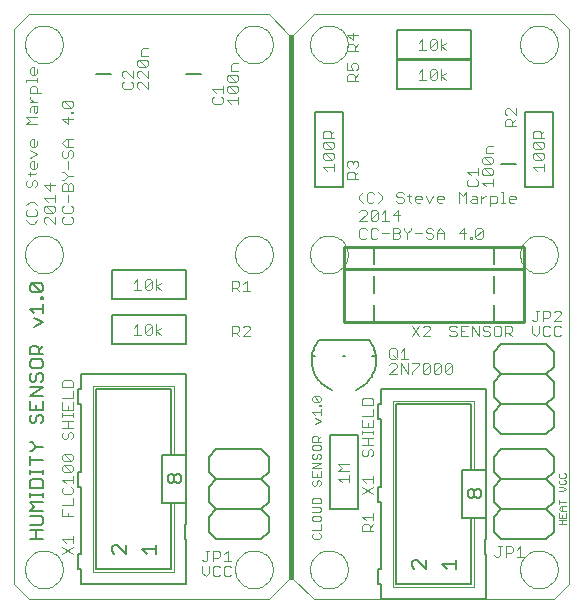
<source format=gto>
G75*
G70*
%OFA0B0*%
%FSLAX24Y24*%
%IPPOS*%
%LPD*%
%AMOC8*
5,1,8,0,0,1.08239X$1,22.5*
%
%ADD10C,0.0000*%
%ADD11C,0.0060*%
%ADD12C,0.0040*%
%ADD13C,0.0150*%
%ADD14C,0.0020*%
%ADD15C,0.0050*%
%ADD16C,0.0080*%
%ADD17C,0.0100*%
D10*
X001675Y001175D02*
X001175Y001675D01*
X001175Y020175D01*
X001675Y020675D01*
X009675Y020675D01*
X010425Y019925D01*
X011175Y020675D01*
X019175Y020675D01*
X019675Y020175D01*
X019675Y001675D01*
X019175Y001175D01*
X011175Y001175D01*
X010425Y001925D01*
X009675Y001175D01*
X001675Y001175D01*
X001545Y002175D02*
X001547Y002225D01*
X001553Y002275D01*
X001563Y002324D01*
X001577Y002372D01*
X001594Y002419D01*
X001615Y002464D01*
X001640Y002508D01*
X001668Y002549D01*
X001700Y002588D01*
X001734Y002625D01*
X001771Y002659D01*
X001811Y002689D01*
X001853Y002716D01*
X001897Y002740D01*
X001943Y002761D01*
X001990Y002777D01*
X002038Y002790D01*
X002088Y002799D01*
X002137Y002804D01*
X002188Y002805D01*
X002238Y002802D01*
X002287Y002795D01*
X002336Y002784D01*
X002384Y002769D01*
X002430Y002751D01*
X002475Y002729D01*
X002518Y002703D01*
X002559Y002674D01*
X002598Y002642D01*
X002634Y002607D01*
X002666Y002569D01*
X002696Y002529D01*
X002723Y002486D01*
X002746Y002442D01*
X002765Y002396D01*
X002781Y002348D01*
X002793Y002299D01*
X002801Y002250D01*
X002805Y002200D01*
X002805Y002150D01*
X002801Y002100D01*
X002793Y002051D01*
X002781Y002002D01*
X002765Y001954D01*
X002746Y001908D01*
X002723Y001864D01*
X002696Y001821D01*
X002666Y001781D01*
X002634Y001743D01*
X002598Y001708D01*
X002559Y001676D01*
X002518Y001647D01*
X002475Y001621D01*
X002430Y001599D01*
X002384Y001581D01*
X002336Y001566D01*
X002287Y001555D01*
X002238Y001548D01*
X002188Y001545D01*
X002137Y001546D01*
X002088Y001551D01*
X002038Y001560D01*
X001990Y001573D01*
X001943Y001589D01*
X001897Y001610D01*
X001853Y001634D01*
X001811Y001661D01*
X001771Y001691D01*
X001734Y001725D01*
X001700Y001762D01*
X001668Y001801D01*
X001640Y001842D01*
X001615Y001886D01*
X001594Y001931D01*
X001577Y001978D01*
X001563Y002026D01*
X001553Y002075D01*
X001547Y002125D01*
X001545Y002175D01*
X008545Y002175D02*
X008547Y002225D01*
X008553Y002275D01*
X008563Y002324D01*
X008577Y002372D01*
X008594Y002419D01*
X008615Y002464D01*
X008640Y002508D01*
X008668Y002549D01*
X008700Y002588D01*
X008734Y002625D01*
X008771Y002659D01*
X008811Y002689D01*
X008853Y002716D01*
X008897Y002740D01*
X008943Y002761D01*
X008990Y002777D01*
X009038Y002790D01*
X009088Y002799D01*
X009137Y002804D01*
X009188Y002805D01*
X009238Y002802D01*
X009287Y002795D01*
X009336Y002784D01*
X009384Y002769D01*
X009430Y002751D01*
X009475Y002729D01*
X009518Y002703D01*
X009559Y002674D01*
X009598Y002642D01*
X009634Y002607D01*
X009666Y002569D01*
X009696Y002529D01*
X009723Y002486D01*
X009746Y002442D01*
X009765Y002396D01*
X009781Y002348D01*
X009793Y002299D01*
X009801Y002250D01*
X009805Y002200D01*
X009805Y002150D01*
X009801Y002100D01*
X009793Y002051D01*
X009781Y002002D01*
X009765Y001954D01*
X009746Y001908D01*
X009723Y001864D01*
X009696Y001821D01*
X009666Y001781D01*
X009634Y001743D01*
X009598Y001708D01*
X009559Y001676D01*
X009518Y001647D01*
X009475Y001621D01*
X009430Y001599D01*
X009384Y001581D01*
X009336Y001566D01*
X009287Y001555D01*
X009238Y001548D01*
X009188Y001545D01*
X009137Y001546D01*
X009088Y001551D01*
X009038Y001560D01*
X008990Y001573D01*
X008943Y001589D01*
X008897Y001610D01*
X008853Y001634D01*
X008811Y001661D01*
X008771Y001691D01*
X008734Y001725D01*
X008700Y001762D01*
X008668Y001801D01*
X008640Y001842D01*
X008615Y001886D01*
X008594Y001931D01*
X008577Y001978D01*
X008563Y002026D01*
X008553Y002075D01*
X008547Y002125D01*
X008545Y002175D01*
X011045Y002175D02*
X011047Y002225D01*
X011053Y002275D01*
X011063Y002324D01*
X011077Y002372D01*
X011094Y002419D01*
X011115Y002464D01*
X011140Y002508D01*
X011168Y002549D01*
X011200Y002588D01*
X011234Y002625D01*
X011271Y002659D01*
X011311Y002689D01*
X011353Y002716D01*
X011397Y002740D01*
X011443Y002761D01*
X011490Y002777D01*
X011538Y002790D01*
X011588Y002799D01*
X011637Y002804D01*
X011688Y002805D01*
X011738Y002802D01*
X011787Y002795D01*
X011836Y002784D01*
X011884Y002769D01*
X011930Y002751D01*
X011975Y002729D01*
X012018Y002703D01*
X012059Y002674D01*
X012098Y002642D01*
X012134Y002607D01*
X012166Y002569D01*
X012196Y002529D01*
X012223Y002486D01*
X012246Y002442D01*
X012265Y002396D01*
X012281Y002348D01*
X012293Y002299D01*
X012301Y002250D01*
X012305Y002200D01*
X012305Y002150D01*
X012301Y002100D01*
X012293Y002051D01*
X012281Y002002D01*
X012265Y001954D01*
X012246Y001908D01*
X012223Y001864D01*
X012196Y001821D01*
X012166Y001781D01*
X012134Y001743D01*
X012098Y001708D01*
X012059Y001676D01*
X012018Y001647D01*
X011975Y001621D01*
X011930Y001599D01*
X011884Y001581D01*
X011836Y001566D01*
X011787Y001555D01*
X011738Y001548D01*
X011688Y001545D01*
X011637Y001546D01*
X011588Y001551D01*
X011538Y001560D01*
X011490Y001573D01*
X011443Y001589D01*
X011397Y001610D01*
X011353Y001634D01*
X011311Y001661D01*
X011271Y001691D01*
X011234Y001725D01*
X011200Y001762D01*
X011168Y001801D01*
X011140Y001842D01*
X011115Y001886D01*
X011094Y001931D01*
X011077Y001978D01*
X011063Y002026D01*
X011053Y002075D01*
X011047Y002125D01*
X011045Y002175D01*
X018045Y002175D02*
X018047Y002225D01*
X018053Y002275D01*
X018063Y002324D01*
X018077Y002372D01*
X018094Y002419D01*
X018115Y002464D01*
X018140Y002508D01*
X018168Y002549D01*
X018200Y002588D01*
X018234Y002625D01*
X018271Y002659D01*
X018311Y002689D01*
X018353Y002716D01*
X018397Y002740D01*
X018443Y002761D01*
X018490Y002777D01*
X018538Y002790D01*
X018588Y002799D01*
X018637Y002804D01*
X018688Y002805D01*
X018738Y002802D01*
X018787Y002795D01*
X018836Y002784D01*
X018884Y002769D01*
X018930Y002751D01*
X018975Y002729D01*
X019018Y002703D01*
X019059Y002674D01*
X019098Y002642D01*
X019134Y002607D01*
X019166Y002569D01*
X019196Y002529D01*
X019223Y002486D01*
X019246Y002442D01*
X019265Y002396D01*
X019281Y002348D01*
X019293Y002299D01*
X019301Y002250D01*
X019305Y002200D01*
X019305Y002150D01*
X019301Y002100D01*
X019293Y002051D01*
X019281Y002002D01*
X019265Y001954D01*
X019246Y001908D01*
X019223Y001864D01*
X019196Y001821D01*
X019166Y001781D01*
X019134Y001743D01*
X019098Y001708D01*
X019059Y001676D01*
X019018Y001647D01*
X018975Y001621D01*
X018930Y001599D01*
X018884Y001581D01*
X018836Y001566D01*
X018787Y001555D01*
X018738Y001548D01*
X018688Y001545D01*
X018637Y001546D01*
X018588Y001551D01*
X018538Y001560D01*
X018490Y001573D01*
X018443Y001589D01*
X018397Y001610D01*
X018353Y001634D01*
X018311Y001661D01*
X018271Y001691D01*
X018234Y001725D01*
X018200Y001762D01*
X018168Y001801D01*
X018140Y001842D01*
X018115Y001886D01*
X018094Y001931D01*
X018077Y001978D01*
X018063Y002026D01*
X018053Y002075D01*
X018047Y002125D01*
X018045Y002175D01*
X018045Y012675D02*
X018047Y012725D01*
X018053Y012775D01*
X018063Y012824D01*
X018077Y012872D01*
X018094Y012919D01*
X018115Y012964D01*
X018140Y013008D01*
X018168Y013049D01*
X018200Y013088D01*
X018234Y013125D01*
X018271Y013159D01*
X018311Y013189D01*
X018353Y013216D01*
X018397Y013240D01*
X018443Y013261D01*
X018490Y013277D01*
X018538Y013290D01*
X018588Y013299D01*
X018637Y013304D01*
X018688Y013305D01*
X018738Y013302D01*
X018787Y013295D01*
X018836Y013284D01*
X018884Y013269D01*
X018930Y013251D01*
X018975Y013229D01*
X019018Y013203D01*
X019059Y013174D01*
X019098Y013142D01*
X019134Y013107D01*
X019166Y013069D01*
X019196Y013029D01*
X019223Y012986D01*
X019246Y012942D01*
X019265Y012896D01*
X019281Y012848D01*
X019293Y012799D01*
X019301Y012750D01*
X019305Y012700D01*
X019305Y012650D01*
X019301Y012600D01*
X019293Y012551D01*
X019281Y012502D01*
X019265Y012454D01*
X019246Y012408D01*
X019223Y012364D01*
X019196Y012321D01*
X019166Y012281D01*
X019134Y012243D01*
X019098Y012208D01*
X019059Y012176D01*
X019018Y012147D01*
X018975Y012121D01*
X018930Y012099D01*
X018884Y012081D01*
X018836Y012066D01*
X018787Y012055D01*
X018738Y012048D01*
X018688Y012045D01*
X018637Y012046D01*
X018588Y012051D01*
X018538Y012060D01*
X018490Y012073D01*
X018443Y012089D01*
X018397Y012110D01*
X018353Y012134D01*
X018311Y012161D01*
X018271Y012191D01*
X018234Y012225D01*
X018200Y012262D01*
X018168Y012301D01*
X018140Y012342D01*
X018115Y012386D01*
X018094Y012431D01*
X018077Y012478D01*
X018063Y012526D01*
X018053Y012575D01*
X018047Y012625D01*
X018045Y012675D01*
X011045Y012675D02*
X011047Y012725D01*
X011053Y012775D01*
X011063Y012824D01*
X011077Y012872D01*
X011094Y012919D01*
X011115Y012964D01*
X011140Y013008D01*
X011168Y013049D01*
X011200Y013088D01*
X011234Y013125D01*
X011271Y013159D01*
X011311Y013189D01*
X011353Y013216D01*
X011397Y013240D01*
X011443Y013261D01*
X011490Y013277D01*
X011538Y013290D01*
X011588Y013299D01*
X011637Y013304D01*
X011688Y013305D01*
X011738Y013302D01*
X011787Y013295D01*
X011836Y013284D01*
X011884Y013269D01*
X011930Y013251D01*
X011975Y013229D01*
X012018Y013203D01*
X012059Y013174D01*
X012098Y013142D01*
X012134Y013107D01*
X012166Y013069D01*
X012196Y013029D01*
X012223Y012986D01*
X012246Y012942D01*
X012265Y012896D01*
X012281Y012848D01*
X012293Y012799D01*
X012301Y012750D01*
X012305Y012700D01*
X012305Y012650D01*
X012301Y012600D01*
X012293Y012551D01*
X012281Y012502D01*
X012265Y012454D01*
X012246Y012408D01*
X012223Y012364D01*
X012196Y012321D01*
X012166Y012281D01*
X012134Y012243D01*
X012098Y012208D01*
X012059Y012176D01*
X012018Y012147D01*
X011975Y012121D01*
X011930Y012099D01*
X011884Y012081D01*
X011836Y012066D01*
X011787Y012055D01*
X011738Y012048D01*
X011688Y012045D01*
X011637Y012046D01*
X011588Y012051D01*
X011538Y012060D01*
X011490Y012073D01*
X011443Y012089D01*
X011397Y012110D01*
X011353Y012134D01*
X011311Y012161D01*
X011271Y012191D01*
X011234Y012225D01*
X011200Y012262D01*
X011168Y012301D01*
X011140Y012342D01*
X011115Y012386D01*
X011094Y012431D01*
X011077Y012478D01*
X011063Y012526D01*
X011053Y012575D01*
X011047Y012625D01*
X011045Y012675D01*
X008545Y012675D02*
X008547Y012725D01*
X008553Y012775D01*
X008563Y012824D01*
X008577Y012872D01*
X008594Y012919D01*
X008615Y012964D01*
X008640Y013008D01*
X008668Y013049D01*
X008700Y013088D01*
X008734Y013125D01*
X008771Y013159D01*
X008811Y013189D01*
X008853Y013216D01*
X008897Y013240D01*
X008943Y013261D01*
X008990Y013277D01*
X009038Y013290D01*
X009088Y013299D01*
X009137Y013304D01*
X009188Y013305D01*
X009238Y013302D01*
X009287Y013295D01*
X009336Y013284D01*
X009384Y013269D01*
X009430Y013251D01*
X009475Y013229D01*
X009518Y013203D01*
X009559Y013174D01*
X009598Y013142D01*
X009634Y013107D01*
X009666Y013069D01*
X009696Y013029D01*
X009723Y012986D01*
X009746Y012942D01*
X009765Y012896D01*
X009781Y012848D01*
X009793Y012799D01*
X009801Y012750D01*
X009805Y012700D01*
X009805Y012650D01*
X009801Y012600D01*
X009793Y012551D01*
X009781Y012502D01*
X009765Y012454D01*
X009746Y012408D01*
X009723Y012364D01*
X009696Y012321D01*
X009666Y012281D01*
X009634Y012243D01*
X009598Y012208D01*
X009559Y012176D01*
X009518Y012147D01*
X009475Y012121D01*
X009430Y012099D01*
X009384Y012081D01*
X009336Y012066D01*
X009287Y012055D01*
X009238Y012048D01*
X009188Y012045D01*
X009137Y012046D01*
X009088Y012051D01*
X009038Y012060D01*
X008990Y012073D01*
X008943Y012089D01*
X008897Y012110D01*
X008853Y012134D01*
X008811Y012161D01*
X008771Y012191D01*
X008734Y012225D01*
X008700Y012262D01*
X008668Y012301D01*
X008640Y012342D01*
X008615Y012386D01*
X008594Y012431D01*
X008577Y012478D01*
X008563Y012526D01*
X008553Y012575D01*
X008547Y012625D01*
X008545Y012675D01*
X001545Y012675D02*
X001547Y012725D01*
X001553Y012775D01*
X001563Y012824D01*
X001577Y012872D01*
X001594Y012919D01*
X001615Y012964D01*
X001640Y013008D01*
X001668Y013049D01*
X001700Y013088D01*
X001734Y013125D01*
X001771Y013159D01*
X001811Y013189D01*
X001853Y013216D01*
X001897Y013240D01*
X001943Y013261D01*
X001990Y013277D01*
X002038Y013290D01*
X002088Y013299D01*
X002137Y013304D01*
X002188Y013305D01*
X002238Y013302D01*
X002287Y013295D01*
X002336Y013284D01*
X002384Y013269D01*
X002430Y013251D01*
X002475Y013229D01*
X002518Y013203D01*
X002559Y013174D01*
X002598Y013142D01*
X002634Y013107D01*
X002666Y013069D01*
X002696Y013029D01*
X002723Y012986D01*
X002746Y012942D01*
X002765Y012896D01*
X002781Y012848D01*
X002793Y012799D01*
X002801Y012750D01*
X002805Y012700D01*
X002805Y012650D01*
X002801Y012600D01*
X002793Y012551D01*
X002781Y012502D01*
X002765Y012454D01*
X002746Y012408D01*
X002723Y012364D01*
X002696Y012321D01*
X002666Y012281D01*
X002634Y012243D01*
X002598Y012208D01*
X002559Y012176D01*
X002518Y012147D01*
X002475Y012121D01*
X002430Y012099D01*
X002384Y012081D01*
X002336Y012066D01*
X002287Y012055D01*
X002238Y012048D01*
X002188Y012045D01*
X002137Y012046D01*
X002088Y012051D01*
X002038Y012060D01*
X001990Y012073D01*
X001943Y012089D01*
X001897Y012110D01*
X001853Y012134D01*
X001811Y012161D01*
X001771Y012191D01*
X001734Y012225D01*
X001700Y012262D01*
X001668Y012301D01*
X001640Y012342D01*
X001615Y012386D01*
X001594Y012431D01*
X001577Y012478D01*
X001563Y012526D01*
X001553Y012575D01*
X001547Y012625D01*
X001545Y012675D01*
X001545Y019675D02*
X001547Y019725D01*
X001553Y019775D01*
X001563Y019824D01*
X001577Y019872D01*
X001594Y019919D01*
X001615Y019964D01*
X001640Y020008D01*
X001668Y020049D01*
X001700Y020088D01*
X001734Y020125D01*
X001771Y020159D01*
X001811Y020189D01*
X001853Y020216D01*
X001897Y020240D01*
X001943Y020261D01*
X001990Y020277D01*
X002038Y020290D01*
X002088Y020299D01*
X002137Y020304D01*
X002188Y020305D01*
X002238Y020302D01*
X002287Y020295D01*
X002336Y020284D01*
X002384Y020269D01*
X002430Y020251D01*
X002475Y020229D01*
X002518Y020203D01*
X002559Y020174D01*
X002598Y020142D01*
X002634Y020107D01*
X002666Y020069D01*
X002696Y020029D01*
X002723Y019986D01*
X002746Y019942D01*
X002765Y019896D01*
X002781Y019848D01*
X002793Y019799D01*
X002801Y019750D01*
X002805Y019700D01*
X002805Y019650D01*
X002801Y019600D01*
X002793Y019551D01*
X002781Y019502D01*
X002765Y019454D01*
X002746Y019408D01*
X002723Y019364D01*
X002696Y019321D01*
X002666Y019281D01*
X002634Y019243D01*
X002598Y019208D01*
X002559Y019176D01*
X002518Y019147D01*
X002475Y019121D01*
X002430Y019099D01*
X002384Y019081D01*
X002336Y019066D01*
X002287Y019055D01*
X002238Y019048D01*
X002188Y019045D01*
X002137Y019046D01*
X002088Y019051D01*
X002038Y019060D01*
X001990Y019073D01*
X001943Y019089D01*
X001897Y019110D01*
X001853Y019134D01*
X001811Y019161D01*
X001771Y019191D01*
X001734Y019225D01*
X001700Y019262D01*
X001668Y019301D01*
X001640Y019342D01*
X001615Y019386D01*
X001594Y019431D01*
X001577Y019478D01*
X001563Y019526D01*
X001553Y019575D01*
X001547Y019625D01*
X001545Y019675D01*
X008545Y019675D02*
X008547Y019725D01*
X008553Y019775D01*
X008563Y019824D01*
X008577Y019872D01*
X008594Y019919D01*
X008615Y019964D01*
X008640Y020008D01*
X008668Y020049D01*
X008700Y020088D01*
X008734Y020125D01*
X008771Y020159D01*
X008811Y020189D01*
X008853Y020216D01*
X008897Y020240D01*
X008943Y020261D01*
X008990Y020277D01*
X009038Y020290D01*
X009088Y020299D01*
X009137Y020304D01*
X009188Y020305D01*
X009238Y020302D01*
X009287Y020295D01*
X009336Y020284D01*
X009384Y020269D01*
X009430Y020251D01*
X009475Y020229D01*
X009518Y020203D01*
X009559Y020174D01*
X009598Y020142D01*
X009634Y020107D01*
X009666Y020069D01*
X009696Y020029D01*
X009723Y019986D01*
X009746Y019942D01*
X009765Y019896D01*
X009781Y019848D01*
X009793Y019799D01*
X009801Y019750D01*
X009805Y019700D01*
X009805Y019650D01*
X009801Y019600D01*
X009793Y019551D01*
X009781Y019502D01*
X009765Y019454D01*
X009746Y019408D01*
X009723Y019364D01*
X009696Y019321D01*
X009666Y019281D01*
X009634Y019243D01*
X009598Y019208D01*
X009559Y019176D01*
X009518Y019147D01*
X009475Y019121D01*
X009430Y019099D01*
X009384Y019081D01*
X009336Y019066D01*
X009287Y019055D01*
X009238Y019048D01*
X009188Y019045D01*
X009137Y019046D01*
X009088Y019051D01*
X009038Y019060D01*
X008990Y019073D01*
X008943Y019089D01*
X008897Y019110D01*
X008853Y019134D01*
X008811Y019161D01*
X008771Y019191D01*
X008734Y019225D01*
X008700Y019262D01*
X008668Y019301D01*
X008640Y019342D01*
X008615Y019386D01*
X008594Y019431D01*
X008577Y019478D01*
X008563Y019526D01*
X008553Y019575D01*
X008547Y019625D01*
X008545Y019675D01*
X011045Y019675D02*
X011047Y019725D01*
X011053Y019775D01*
X011063Y019824D01*
X011077Y019872D01*
X011094Y019919D01*
X011115Y019964D01*
X011140Y020008D01*
X011168Y020049D01*
X011200Y020088D01*
X011234Y020125D01*
X011271Y020159D01*
X011311Y020189D01*
X011353Y020216D01*
X011397Y020240D01*
X011443Y020261D01*
X011490Y020277D01*
X011538Y020290D01*
X011588Y020299D01*
X011637Y020304D01*
X011688Y020305D01*
X011738Y020302D01*
X011787Y020295D01*
X011836Y020284D01*
X011884Y020269D01*
X011930Y020251D01*
X011975Y020229D01*
X012018Y020203D01*
X012059Y020174D01*
X012098Y020142D01*
X012134Y020107D01*
X012166Y020069D01*
X012196Y020029D01*
X012223Y019986D01*
X012246Y019942D01*
X012265Y019896D01*
X012281Y019848D01*
X012293Y019799D01*
X012301Y019750D01*
X012305Y019700D01*
X012305Y019650D01*
X012301Y019600D01*
X012293Y019551D01*
X012281Y019502D01*
X012265Y019454D01*
X012246Y019408D01*
X012223Y019364D01*
X012196Y019321D01*
X012166Y019281D01*
X012134Y019243D01*
X012098Y019208D01*
X012059Y019176D01*
X012018Y019147D01*
X011975Y019121D01*
X011930Y019099D01*
X011884Y019081D01*
X011836Y019066D01*
X011787Y019055D01*
X011738Y019048D01*
X011688Y019045D01*
X011637Y019046D01*
X011588Y019051D01*
X011538Y019060D01*
X011490Y019073D01*
X011443Y019089D01*
X011397Y019110D01*
X011353Y019134D01*
X011311Y019161D01*
X011271Y019191D01*
X011234Y019225D01*
X011200Y019262D01*
X011168Y019301D01*
X011140Y019342D01*
X011115Y019386D01*
X011094Y019431D01*
X011077Y019478D01*
X011063Y019526D01*
X011053Y019575D01*
X011047Y019625D01*
X011045Y019675D01*
X018045Y019675D02*
X018047Y019725D01*
X018053Y019775D01*
X018063Y019824D01*
X018077Y019872D01*
X018094Y019919D01*
X018115Y019964D01*
X018140Y020008D01*
X018168Y020049D01*
X018200Y020088D01*
X018234Y020125D01*
X018271Y020159D01*
X018311Y020189D01*
X018353Y020216D01*
X018397Y020240D01*
X018443Y020261D01*
X018490Y020277D01*
X018538Y020290D01*
X018588Y020299D01*
X018637Y020304D01*
X018688Y020305D01*
X018738Y020302D01*
X018787Y020295D01*
X018836Y020284D01*
X018884Y020269D01*
X018930Y020251D01*
X018975Y020229D01*
X019018Y020203D01*
X019059Y020174D01*
X019098Y020142D01*
X019134Y020107D01*
X019166Y020069D01*
X019196Y020029D01*
X019223Y019986D01*
X019246Y019942D01*
X019265Y019896D01*
X019281Y019848D01*
X019293Y019799D01*
X019301Y019750D01*
X019305Y019700D01*
X019305Y019650D01*
X019301Y019600D01*
X019293Y019551D01*
X019281Y019502D01*
X019265Y019454D01*
X019246Y019408D01*
X019223Y019364D01*
X019196Y019321D01*
X019166Y019281D01*
X019134Y019243D01*
X019098Y019208D01*
X019059Y019176D01*
X019018Y019147D01*
X018975Y019121D01*
X018930Y019099D01*
X018884Y019081D01*
X018836Y019066D01*
X018787Y019055D01*
X018738Y019048D01*
X018688Y019045D01*
X018637Y019046D01*
X018588Y019051D01*
X018538Y019060D01*
X018490Y019073D01*
X018443Y019089D01*
X018397Y019110D01*
X018353Y019134D01*
X018311Y019161D01*
X018271Y019191D01*
X018234Y019225D01*
X018200Y019262D01*
X018168Y019301D01*
X018140Y019342D01*
X018115Y019386D01*
X018094Y019431D01*
X018077Y019478D01*
X018063Y019526D01*
X018053Y019575D01*
X018047Y019625D01*
X018045Y019675D01*
D11*
X017175Y012925D02*
X017175Y012354D01*
X017175Y011960D02*
X017175Y011390D01*
X017175Y010996D02*
X017175Y010425D01*
X017425Y009675D02*
X018925Y009675D01*
X019175Y009425D01*
X019175Y008925D01*
X018925Y008675D01*
X017425Y008675D01*
X017175Y008925D01*
X017175Y009425D01*
X017425Y009675D01*
X017425Y008675D02*
X017175Y008425D01*
X017175Y007925D01*
X017425Y007675D01*
X018925Y007675D01*
X019175Y007925D01*
X019175Y008425D01*
X018925Y008675D01*
X018925Y007675D02*
X019175Y007425D01*
X019175Y006925D01*
X018925Y006675D01*
X017425Y006675D01*
X017175Y006925D01*
X017175Y007425D01*
X017425Y007675D01*
X016925Y008175D02*
X016925Y005475D01*
X016525Y005475D01*
X016425Y005475D01*
X016425Y007675D01*
X013925Y007675D01*
X013925Y001675D01*
X016425Y001675D01*
X016425Y003875D01*
X016525Y003875D01*
X016925Y003875D01*
X016925Y003175D01*
X016875Y003175D01*
X016875Y002675D01*
X016925Y002675D01*
X016925Y001175D01*
X013425Y001175D01*
X013425Y001675D01*
X013325Y001675D01*
X013325Y002175D01*
X013425Y002175D01*
X013425Y004425D01*
X013325Y004425D01*
X013325Y004925D01*
X013425Y004925D01*
X013425Y007175D01*
X013325Y007175D01*
X013325Y007675D01*
X013425Y007675D01*
X013425Y008175D01*
X016925Y008175D01*
X017425Y006175D02*
X018925Y006175D01*
X019175Y005925D01*
X019175Y005425D01*
X018925Y005175D01*
X017425Y005175D01*
X017175Y004925D01*
X017175Y004425D01*
X017425Y004175D01*
X017175Y003925D01*
X017175Y003425D01*
X017425Y003175D01*
X018925Y003175D01*
X019175Y003425D01*
X019175Y003925D01*
X018925Y004175D01*
X017425Y004175D01*
X016925Y003875D02*
X016925Y005475D01*
X017175Y005425D02*
X017175Y005925D01*
X017425Y006175D01*
X017175Y005425D02*
X017425Y005175D01*
X016425Y005475D02*
X016125Y005475D01*
X016125Y003875D01*
X016425Y003875D01*
X018925Y004175D02*
X019175Y004425D01*
X019175Y004925D01*
X018925Y005175D01*
X013175Y010425D02*
X013175Y010996D01*
X013175Y011390D02*
X013175Y011960D01*
X013175Y012354D02*
X013175Y012925D01*
X006925Y008675D02*
X006925Y005975D01*
X006525Y005975D01*
X006425Y005975D01*
X006425Y008175D01*
X003925Y008175D01*
X003925Y002175D01*
X006425Y002175D01*
X006425Y004375D01*
X006525Y004375D01*
X006925Y004375D01*
X006925Y003675D01*
X006875Y003675D01*
X006875Y003175D01*
X006925Y003175D01*
X006925Y001675D01*
X003425Y001675D01*
X003425Y002175D01*
X003325Y002175D01*
X003325Y002675D01*
X003425Y002675D01*
X003425Y004925D01*
X003325Y004925D01*
X003325Y005425D01*
X003425Y005425D01*
X003425Y007675D01*
X003325Y007675D01*
X003325Y008175D01*
X003425Y008175D01*
X003425Y008675D01*
X006925Y008675D01*
X007925Y006175D02*
X009425Y006175D01*
X009675Y005925D01*
X009675Y005425D01*
X009425Y005175D01*
X007925Y005175D01*
X007675Y005425D01*
X007675Y005925D01*
X007925Y006175D01*
X007925Y005175D02*
X007675Y004925D01*
X007675Y004425D01*
X007925Y004175D01*
X009425Y004175D01*
X009675Y004425D01*
X009675Y004925D01*
X009425Y005175D01*
X009425Y004175D02*
X009675Y003925D01*
X009675Y003425D01*
X009425Y003175D01*
X007925Y003175D01*
X007675Y003425D01*
X007675Y003925D01*
X007925Y004175D01*
X006925Y004375D02*
X006925Y005975D01*
X006425Y005975D02*
X006125Y005975D01*
X006125Y004375D01*
X006425Y004375D01*
X002145Y004419D02*
X001705Y004419D01*
X001851Y004273D01*
X001705Y004126D01*
X002145Y004126D01*
X002072Y003959D02*
X002145Y003886D01*
X002145Y003739D01*
X002072Y003665D01*
X001705Y003665D01*
X001705Y003499D02*
X002145Y003499D01*
X001925Y003499D02*
X001925Y003205D01*
X002145Y003205D02*
X001705Y003205D01*
X001705Y003959D02*
X002072Y003959D01*
X002145Y004586D02*
X002145Y004733D01*
X002145Y004660D02*
X001705Y004660D01*
X001705Y004733D02*
X001705Y004586D01*
X001705Y004893D02*
X001705Y005113D01*
X001778Y005187D01*
X002072Y005187D01*
X002145Y005113D01*
X002145Y004893D01*
X001705Y004893D01*
X001705Y005353D02*
X001705Y005500D01*
X001705Y005427D02*
X002145Y005427D01*
X002145Y005500D02*
X002145Y005353D01*
X002145Y005807D02*
X001705Y005807D01*
X001705Y005660D02*
X001705Y005954D01*
X001705Y006121D02*
X001778Y006121D01*
X001925Y006268D01*
X002145Y006268D01*
X001925Y006268D02*
X001778Y006414D01*
X001705Y006414D01*
X001778Y007042D02*
X001851Y007042D01*
X001925Y007115D01*
X001925Y007262D01*
X001998Y007335D01*
X002072Y007335D01*
X002145Y007262D01*
X002145Y007115D01*
X002072Y007042D01*
X001778Y007042D02*
X001705Y007115D01*
X001705Y007262D01*
X001778Y007335D01*
X001705Y007502D02*
X002145Y007502D01*
X002145Y007796D01*
X002145Y007962D02*
X001705Y007962D01*
X002145Y008256D01*
X001705Y008256D01*
X001778Y008423D02*
X001851Y008423D01*
X001925Y008496D01*
X001925Y008643D01*
X001998Y008716D01*
X002072Y008716D01*
X002145Y008643D01*
X002145Y008496D01*
X002072Y008423D01*
X001778Y008423D02*
X001705Y008496D01*
X001705Y008643D01*
X001778Y008716D01*
X001778Y008883D02*
X002072Y008883D01*
X002145Y008957D01*
X002145Y009103D01*
X002072Y009177D01*
X001778Y009177D01*
X001705Y009103D01*
X001705Y008957D01*
X001778Y008883D01*
X001705Y009344D02*
X001705Y009564D01*
X001778Y009637D01*
X001925Y009637D01*
X001998Y009564D01*
X001998Y009344D01*
X001998Y009490D02*
X002145Y009637D01*
X002145Y009344D02*
X001705Y009344D01*
X001851Y010264D02*
X002145Y010411D01*
X001851Y010558D01*
X001851Y010725D02*
X001705Y010872D01*
X002145Y010872D01*
X002145Y011018D02*
X002145Y010725D01*
X002145Y011185D02*
X002072Y011185D01*
X002072Y011259D01*
X002145Y011259D01*
X002145Y011185D01*
X002072Y011415D02*
X001778Y011709D01*
X002072Y011709D01*
X002145Y011636D01*
X002145Y011489D01*
X002072Y011415D01*
X001778Y011415D01*
X001705Y011489D01*
X001705Y011636D01*
X001778Y011709D01*
X001705Y007796D02*
X001705Y007502D01*
X001925Y007502D02*
X001925Y007649D01*
D12*
X002795Y007746D02*
X002795Y007505D01*
X003155Y007505D01*
X003155Y007746D01*
X003155Y007874D02*
X003155Y008114D01*
X003155Y008242D02*
X003155Y008422D01*
X003095Y008482D01*
X002855Y008482D01*
X002795Y008422D01*
X002795Y008242D01*
X003155Y008242D01*
X003155Y007874D02*
X002795Y007874D01*
X002975Y007625D02*
X002975Y007505D01*
X003155Y007380D02*
X003155Y007260D01*
X003155Y007320D02*
X002795Y007320D01*
X002795Y007260D02*
X002795Y007380D01*
X002795Y007132D02*
X003155Y007132D01*
X002975Y007132D02*
X002975Y006892D01*
X003035Y006763D02*
X003095Y006763D01*
X003155Y006703D01*
X003155Y006583D01*
X003095Y006523D01*
X002975Y006583D02*
X002975Y006703D01*
X003035Y006763D01*
X003155Y006892D02*
X002795Y006892D01*
X002855Y006763D02*
X002795Y006703D01*
X002795Y006583D01*
X002855Y006523D01*
X002915Y006523D01*
X002975Y006583D01*
X002855Y006027D02*
X003095Y006027D01*
X003155Y005967D01*
X003155Y005847D01*
X003095Y005787D01*
X002855Y006027D01*
X002795Y005967D01*
X002795Y005847D01*
X002855Y005787D01*
X003095Y005787D01*
X003095Y005658D02*
X002855Y005658D01*
X003095Y005418D01*
X003155Y005478D01*
X003155Y005598D01*
X003095Y005658D01*
X003095Y005418D02*
X002855Y005418D01*
X002795Y005478D01*
X002795Y005598D01*
X002855Y005658D01*
X003155Y005290D02*
X003155Y005050D01*
X003155Y005170D02*
X002795Y005170D01*
X002915Y005050D01*
X002855Y004922D02*
X002795Y004862D01*
X002795Y004742D01*
X002855Y004682D01*
X003095Y004682D01*
X003155Y004742D01*
X003155Y004862D01*
X003095Y004922D01*
X003155Y004554D02*
X003155Y004313D01*
X002795Y004313D01*
X002795Y004185D02*
X002795Y003945D01*
X003155Y003945D01*
X002975Y003945D02*
X002975Y004065D01*
X003155Y003304D02*
X003155Y003063D01*
X003155Y003183D02*
X002795Y003183D01*
X002915Y003063D01*
X002795Y002935D02*
X003155Y002695D01*
X003155Y002935D02*
X002795Y002695D01*
X007445Y002505D02*
X007505Y002445D01*
X007565Y002445D01*
X007625Y002505D01*
X007625Y002805D01*
X007565Y002805D02*
X007685Y002805D01*
X007813Y002805D02*
X007813Y002445D01*
X007813Y002565D02*
X007993Y002565D01*
X008054Y002625D01*
X008054Y002745D01*
X007993Y002805D01*
X007813Y002805D01*
X008182Y002685D02*
X008302Y002805D01*
X008302Y002445D01*
X008182Y002445D02*
X008422Y002445D01*
X008362Y002305D02*
X008242Y002305D01*
X008182Y002245D01*
X008182Y002005D01*
X008242Y001945D01*
X008362Y001945D01*
X008422Y002005D01*
X008422Y002245D02*
X008362Y002305D01*
X008054Y002245D02*
X007993Y002305D01*
X007873Y002305D01*
X007813Y002245D01*
X007813Y002005D01*
X007873Y001945D01*
X007993Y001945D01*
X008054Y002005D01*
X007685Y002065D02*
X007565Y001945D01*
X007445Y002065D01*
X007445Y002305D01*
X007685Y002305D02*
X007685Y002065D01*
X011125Y003242D02*
X011171Y003195D01*
X011358Y003195D01*
X011405Y003242D01*
X011405Y003335D01*
X011358Y003382D01*
X011405Y003490D02*
X011405Y003676D01*
X011358Y003784D02*
X011171Y003784D01*
X011125Y003831D01*
X011125Y003924D01*
X011171Y003971D01*
X011358Y003971D01*
X011405Y003924D01*
X011405Y003831D01*
X011358Y003784D01*
X011358Y004079D02*
X011125Y004079D01*
X011125Y004266D02*
X011358Y004266D01*
X011405Y004219D01*
X011405Y004126D01*
X011358Y004079D01*
X011405Y004374D02*
X011125Y004374D01*
X011125Y004514D01*
X011171Y004560D01*
X011358Y004560D01*
X011405Y004514D01*
X011405Y004374D01*
X011358Y004963D02*
X011405Y005010D01*
X011405Y005103D01*
X011358Y005150D01*
X011312Y005150D01*
X011265Y005103D01*
X011265Y005010D01*
X011218Y004963D01*
X011171Y004963D01*
X011125Y005010D01*
X011125Y005103D01*
X011171Y005150D01*
X011125Y005258D02*
X011405Y005258D01*
X011405Y005444D01*
X011405Y005552D02*
X011125Y005552D01*
X011405Y005739D01*
X011125Y005739D01*
X011171Y005847D02*
X011218Y005847D01*
X011265Y005894D01*
X011265Y005987D01*
X011312Y006034D01*
X011358Y006034D01*
X011405Y005987D01*
X011405Y005894D01*
X011358Y005847D01*
X011171Y005847D02*
X011125Y005894D01*
X011125Y005987D01*
X011171Y006034D01*
X011171Y006142D02*
X011358Y006142D01*
X011405Y006188D01*
X011405Y006282D01*
X011358Y006328D01*
X011171Y006328D01*
X011125Y006282D01*
X011125Y006188D01*
X011171Y006142D01*
X011125Y006436D02*
X011125Y006576D01*
X011171Y006623D01*
X011265Y006623D01*
X011312Y006576D01*
X011312Y006436D01*
X011405Y006436D02*
X011125Y006436D01*
X011312Y006530D02*
X011405Y006623D01*
X011218Y007025D02*
X011405Y007119D01*
X011218Y007212D01*
X011218Y007320D02*
X011125Y007414D01*
X011405Y007414D01*
X011405Y007507D02*
X011405Y007320D01*
X011405Y007615D02*
X011405Y007661D01*
X011358Y007661D01*
X011358Y007615D01*
X011405Y007615D01*
X011358Y007762D02*
X011171Y007762D01*
X011125Y007809D01*
X011125Y007902D01*
X011171Y007949D01*
X011358Y007762D01*
X011405Y007809D01*
X011405Y007902D01*
X011358Y007949D01*
X011171Y007949D01*
X012795Y007844D02*
X012795Y007664D01*
X013155Y007664D01*
X013155Y007844D01*
X013095Y007904D01*
X012855Y007904D01*
X012795Y007844D01*
X013155Y007536D02*
X013155Y007295D01*
X012795Y007295D01*
X012795Y007167D02*
X012795Y006927D01*
X013155Y006927D01*
X013155Y007167D01*
X012975Y007047D02*
X012975Y006927D01*
X013155Y006802D02*
X013155Y006682D01*
X013155Y006742D02*
X012795Y006742D01*
X012795Y006682D02*
X012795Y006802D01*
X012795Y006554D02*
X013155Y006554D01*
X012975Y006554D02*
X012975Y006313D01*
X013035Y006185D02*
X013095Y006185D01*
X013155Y006125D01*
X013155Y006005D01*
X013095Y005945D01*
X012975Y006005D02*
X012975Y006125D01*
X013035Y006185D01*
X013155Y006313D02*
X012795Y006313D01*
X012855Y006185D02*
X012795Y006125D01*
X012795Y006005D01*
X012855Y005945D01*
X012915Y005945D01*
X012975Y006005D01*
X012355Y005685D02*
X011995Y005685D01*
X012115Y005565D01*
X011995Y005445D01*
X012355Y005445D01*
X012355Y005317D02*
X012355Y005077D01*
X012355Y005197D02*
X011995Y005197D01*
X012115Y005077D01*
X012795Y005183D02*
X013155Y005183D01*
X013155Y005063D02*
X013155Y005304D01*
X012915Y005063D02*
X012795Y005183D01*
X012795Y004935D02*
X013155Y004695D01*
X013155Y004935D02*
X012795Y004695D01*
X013155Y004054D02*
X013155Y003813D01*
X013155Y003933D02*
X012795Y003933D01*
X012915Y003813D01*
X012855Y003685D02*
X012975Y003685D01*
X013035Y003625D01*
X013035Y003445D01*
X013155Y003445D02*
X012795Y003445D01*
X012795Y003625D01*
X012855Y003685D01*
X013035Y003565D02*
X013155Y003685D01*
X011405Y003490D02*
X011125Y003490D01*
X011171Y003382D02*
X011125Y003335D01*
X011125Y003242D01*
X011125Y005258D02*
X011125Y005444D01*
X011265Y005351D02*
X011265Y005258D01*
X013695Y008695D02*
X013935Y008935D01*
X013935Y008995D01*
X013875Y009055D01*
X013755Y009055D01*
X013695Y008995D01*
X013755Y009195D02*
X013695Y009255D01*
X013695Y009495D01*
X013755Y009555D01*
X013875Y009555D01*
X013935Y009495D01*
X013935Y009255D01*
X013875Y009195D01*
X013755Y009195D01*
X013815Y009315D02*
X013935Y009195D01*
X014063Y009195D02*
X014304Y009195D01*
X014183Y009195D02*
X014183Y009555D01*
X014063Y009435D01*
X014063Y009055D02*
X014304Y008695D01*
X014304Y009055D01*
X014432Y009055D02*
X014672Y009055D01*
X014672Y008995D01*
X014432Y008755D01*
X014432Y008695D01*
X014800Y008755D02*
X015040Y008995D01*
X015040Y008755D01*
X014980Y008695D01*
X014860Y008695D01*
X014800Y008755D01*
X014800Y008995D01*
X014860Y009055D01*
X014980Y009055D01*
X015040Y008995D01*
X015168Y008995D02*
X015228Y009055D01*
X015348Y009055D01*
X015408Y008995D01*
X015168Y008755D01*
X015228Y008695D01*
X015348Y008695D01*
X015408Y008755D01*
X015408Y008995D01*
X015537Y008995D02*
X015537Y008755D01*
X015777Y008995D01*
X015777Y008755D01*
X015717Y008695D01*
X015597Y008695D01*
X015537Y008755D01*
X015537Y008995D02*
X015597Y009055D01*
X015717Y009055D01*
X015777Y008995D01*
X015168Y008995D02*
X015168Y008755D01*
X014063Y008695D02*
X014063Y009055D01*
X013935Y008695D02*
X013695Y008695D01*
X014445Y009945D02*
X014685Y010305D01*
X014813Y010245D02*
X014873Y010305D01*
X014993Y010305D01*
X015054Y010245D01*
X015054Y010185D01*
X014813Y009945D01*
X015054Y009945D01*
X014685Y009945D02*
X014445Y010305D01*
X015695Y010245D02*
X015695Y010185D01*
X015755Y010125D01*
X015875Y010125D01*
X015935Y010065D01*
X015935Y010005D01*
X015875Y009945D01*
X015755Y009945D01*
X015695Y010005D01*
X015695Y010245D02*
X015755Y010305D01*
X015875Y010305D01*
X015935Y010245D01*
X016063Y010305D02*
X016063Y009945D01*
X016304Y009945D01*
X016432Y009945D02*
X016432Y010305D01*
X016672Y009945D01*
X016672Y010305D01*
X016800Y010245D02*
X016800Y010185D01*
X016860Y010125D01*
X016980Y010125D01*
X017040Y010065D01*
X017040Y010005D01*
X016980Y009945D01*
X016860Y009945D01*
X016800Y010005D01*
X016800Y010245D02*
X016860Y010305D01*
X016980Y010305D01*
X017040Y010245D01*
X017168Y010245D02*
X017168Y010005D01*
X017228Y009945D01*
X017348Y009945D01*
X017408Y010005D01*
X017408Y010245D01*
X017348Y010305D01*
X017228Y010305D01*
X017168Y010245D01*
X017537Y010305D02*
X017537Y009945D01*
X017537Y010065D02*
X017717Y010065D01*
X017777Y010125D01*
X017777Y010245D01*
X017717Y010305D01*
X017537Y010305D01*
X017657Y010065D02*
X017777Y009945D01*
X018445Y010065D02*
X018565Y009945D01*
X018685Y010065D01*
X018685Y010305D01*
X018813Y010245D02*
X018813Y010005D01*
X018873Y009945D01*
X018993Y009945D01*
X019054Y010005D01*
X019182Y010005D02*
X019242Y009945D01*
X019362Y009945D01*
X019422Y010005D01*
X019422Y010245D02*
X019362Y010305D01*
X019242Y010305D01*
X019182Y010245D01*
X019182Y010005D01*
X019054Y010245D02*
X018993Y010305D01*
X018873Y010305D01*
X018813Y010245D01*
X018813Y010445D02*
X018813Y010805D01*
X018993Y010805D01*
X019054Y010745D01*
X019054Y010625D01*
X018993Y010565D01*
X018813Y010565D01*
X018625Y010505D02*
X018565Y010445D01*
X018505Y010445D01*
X018445Y010505D01*
X018625Y010505D02*
X018625Y010805D01*
X018565Y010805D02*
X018685Y010805D01*
X019182Y010745D02*
X019242Y010805D01*
X019362Y010805D01*
X019422Y010745D01*
X019422Y010685D01*
X019182Y010445D01*
X019422Y010445D01*
X018445Y010305D02*
X018445Y010065D01*
X016304Y010305D02*
X016063Y010305D01*
X016063Y010125D02*
X016183Y010125D01*
X016190Y013195D02*
X016190Y013555D01*
X016010Y013375D01*
X016250Y013375D01*
X016378Y013255D02*
X016438Y013255D01*
X016438Y013195D01*
X016378Y013195D01*
X016378Y013255D01*
X016562Y013255D02*
X016562Y013495D01*
X016622Y013555D01*
X016742Y013555D01*
X016803Y013495D01*
X016562Y013255D01*
X016622Y013195D01*
X016742Y013195D01*
X016803Y013255D01*
X016803Y013495D01*
X017053Y014275D02*
X017053Y014635D01*
X017234Y014635D01*
X017294Y014575D01*
X017294Y014455D01*
X017234Y014395D01*
X017053Y014395D01*
X016927Y014635D02*
X016867Y014635D01*
X016746Y014515D01*
X016746Y014395D02*
X016746Y014635D01*
X016618Y014575D02*
X016618Y014395D01*
X016438Y014395D01*
X016378Y014455D01*
X016438Y014515D01*
X016618Y014515D01*
X016618Y014575D02*
X016558Y014635D01*
X016438Y014635D01*
X016250Y014755D02*
X016250Y014395D01*
X016010Y014395D02*
X016010Y014755D01*
X016130Y014635D01*
X016250Y014755D01*
X016355Y014945D02*
X016595Y014945D01*
X016655Y015005D01*
X016655Y015125D01*
X016595Y015185D01*
X016655Y015313D02*
X016655Y015554D01*
X016655Y015433D02*
X016295Y015433D01*
X016415Y015313D01*
X016355Y015185D02*
X016295Y015125D01*
X016295Y015005D01*
X016355Y014945D01*
X016795Y015065D02*
X017155Y015065D01*
X017155Y014945D02*
X017155Y015185D01*
X017095Y015313D02*
X016855Y015554D01*
X017095Y015554D01*
X017155Y015493D01*
X017155Y015373D01*
X017095Y015313D01*
X016855Y015313D01*
X016795Y015373D01*
X016795Y015493D01*
X016855Y015554D01*
X016855Y015682D02*
X016795Y015742D01*
X016795Y015862D01*
X016855Y015922D01*
X017095Y015682D01*
X017155Y015742D01*
X017155Y015862D01*
X017095Y015922D01*
X016855Y015922D01*
X016915Y016050D02*
X016915Y016230D01*
X016975Y016290D01*
X017155Y016290D01*
X017155Y016050D02*
X016915Y016050D01*
X016855Y015682D02*
X017095Y015682D01*
X016795Y015065D02*
X016915Y014945D01*
X017422Y014755D02*
X017482Y014755D01*
X017482Y014395D01*
X017422Y014395D02*
X017542Y014395D01*
X017667Y014455D02*
X017667Y014575D01*
X017727Y014635D01*
X017847Y014635D01*
X017907Y014575D01*
X017907Y014515D01*
X017667Y014515D01*
X017667Y014455D02*
X017727Y014395D01*
X017847Y014395D01*
X018615Y015458D02*
X018495Y015578D01*
X018855Y015578D01*
X018855Y015458D02*
X018855Y015699D01*
X018795Y015827D02*
X018555Y016067D01*
X018795Y016067D01*
X018855Y016007D01*
X018855Y015887D01*
X018795Y015827D01*
X018555Y015827D01*
X018495Y015887D01*
X018495Y016007D01*
X018555Y016067D01*
X018555Y016195D02*
X018495Y016255D01*
X018495Y016375D01*
X018555Y016435D01*
X018795Y016195D01*
X018855Y016255D01*
X018855Y016375D01*
X018795Y016435D01*
X018555Y016435D01*
X018495Y016563D02*
X018495Y016743D01*
X018555Y016804D01*
X018675Y016804D01*
X018735Y016743D01*
X018735Y016563D01*
X018855Y016563D02*
X018495Y016563D01*
X018735Y016683D02*
X018855Y016804D01*
X018795Y016195D02*
X018555Y016195D01*
X017905Y016945D02*
X017545Y016945D01*
X017545Y017125D01*
X017605Y017185D01*
X017725Y017185D01*
X017785Y017125D01*
X017785Y016945D01*
X017785Y017065D02*
X017905Y017185D01*
X017905Y017313D02*
X017665Y017554D01*
X017605Y017554D01*
X017545Y017493D01*
X017545Y017373D01*
X017605Y017313D01*
X017905Y017313D02*
X017905Y017554D01*
X015590Y018495D02*
X015410Y018615D01*
X015590Y018735D01*
X015410Y018855D02*
X015410Y018495D01*
X015282Y018555D02*
X015222Y018495D01*
X015102Y018495D01*
X015042Y018555D01*
X015282Y018795D01*
X015282Y018555D01*
X015042Y018555D02*
X015042Y018795D01*
X015102Y018855D01*
X015222Y018855D01*
X015282Y018795D01*
X014913Y018495D02*
X014673Y018495D01*
X014793Y018495D02*
X014793Y018855D01*
X014673Y018735D01*
X014673Y019495D02*
X014913Y019495D01*
X014793Y019495D02*
X014793Y019855D01*
X014673Y019735D01*
X015042Y019795D02*
X015042Y019555D01*
X015282Y019795D01*
X015282Y019555D01*
X015222Y019495D01*
X015102Y019495D01*
X015042Y019555D01*
X015042Y019795D02*
X015102Y019855D01*
X015222Y019855D01*
X015282Y019795D01*
X015410Y019855D02*
X015410Y019495D01*
X015410Y019615D02*
X015590Y019735D01*
X015410Y019615D02*
X015590Y019495D01*
X012655Y019445D02*
X012295Y019445D01*
X012295Y019625D01*
X012355Y019685D01*
X012475Y019685D01*
X012535Y019625D01*
X012535Y019445D01*
X012535Y019565D02*
X012655Y019685D01*
X012475Y019813D02*
X012475Y020054D01*
X012655Y019993D02*
X012295Y019993D01*
X012475Y019813D01*
X012475Y019054D02*
X012595Y019054D01*
X012655Y018993D01*
X012655Y018873D01*
X012595Y018813D01*
X012475Y018813D02*
X012415Y018933D01*
X012415Y018993D01*
X012475Y019054D01*
X012295Y019054D02*
X012295Y018813D01*
X012475Y018813D01*
X012475Y018685D02*
X012535Y018625D01*
X012535Y018445D01*
X012655Y018445D02*
X012295Y018445D01*
X012295Y018625D01*
X012355Y018685D01*
X012475Y018685D01*
X012535Y018565D02*
X012655Y018685D01*
X011855Y016804D02*
X011735Y016683D01*
X011735Y016743D02*
X011735Y016563D01*
X011855Y016563D02*
X011495Y016563D01*
X011495Y016743D01*
X011555Y016804D01*
X011675Y016804D01*
X011735Y016743D01*
X011795Y016435D02*
X011555Y016435D01*
X011795Y016195D01*
X011855Y016255D01*
X011855Y016375D01*
X011795Y016435D01*
X011795Y016195D02*
X011555Y016195D01*
X011495Y016255D01*
X011495Y016375D01*
X011555Y016435D01*
X011555Y016067D02*
X011795Y015827D01*
X011855Y015887D01*
X011855Y016007D01*
X011795Y016067D01*
X011555Y016067D01*
X011495Y016007D01*
X011495Y015887D01*
X011555Y015827D01*
X011795Y015827D01*
X011855Y015699D02*
X011855Y015458D01*
X011855Y015578D02*
X011495Y015578D01*
X011615Y015458D01*
X012295Y015375D02*
X012295Y015195D01*
X012655Y015195D01*
X012535Y015195D02*
X012535Y015375D01*
X012475Y015435D01*
X012355Y015435D01*
X012295Y015375D01*
X012355Y015563D02*
X012295Y015623D01*
X012295Y015743D01*
X012355Y015804D01*
X012415Y015804D01*
X012475Y015743D01*
X012535Y015804D01*
X012595Y015804D01*
X012655Y015743D01*
X012655Y015623D01*
X012595Y015563D01*
X012655Y015435D02*
X012535Y015315D01*
X012475Y015683D02*
X012475Y015743D01*
X012815Y014755D02*
X012695Y014635D01*
X012695Y014515D01*
X012815Y014395D01*
X012941Y014455D02*
X013001Y014395D01*
X013121Y014395D01*
X013181Y014455D01*
X013309Y014395D02*
X013429Y014515D01*
X013429Y014635D01*
X013309Y014755D01*
X013181Y014695D02*
X013121Y014755D01*
X013001Y014755D01*
X012941Y014695D01*
X012941Y014455D01*
X012875Y014155D02*
X012755Y014155D01*
X012695Y014095D01*
X012875Y014155D02*
X012935Y014095D01*
X012935Y014035D01*
X012695Y013795D01*
X012935Y013795D01*
X013063Y013855D02*
X013304Y014095D01*
X013304Y013855D01*
X013243Y013795D01*
X013123Y013795D01*
X013063Y013855D01*
X013063Y014095D01*
X013123Y014155D01*
X013243Y014155D01*
X013304Y014095D01*
X013432Y014035D02*
X013552Y014155D01*
X013552Y013795D01*
X013432Y013795D02*
X013672Y013795D01*
X013800Y013975D02*
X014040Y013975D01*
X013980Y013795D02*
X013980Y014155D01*
X013800Y013975D01*
X013800Y013555D02*
X013980Y013555D01*
X014040Y013495D01*
X014040Y013435D01*
X013980Y013375D01*
X013800Y013375D01*
X013672Y013375D02*
X013432Y013375D01*
X013304Y013255D02*
X013243Y013195D01*
X013123Y013195D01*
X013063Y013255D01*
X013063Y013495D01*
X013123Y013555D01*
X013243Y013555D01*
X013304Y013495D01*
X012935Y013495D02*
X012875Y013555D01*
X012755Y013555D01*
X012695Y013495D01*
X012695Y013255D01*
X012755Y013195D01*
X012875Y013195D01*
X012935Y013255D01*
X013800Y013195D02*
X013980Y013195D01*
X014040Y013255D01*
X014040Y013315D01*
X013980Y013375D01*
X014168Y013495D02*
X014288Y013375D01*
X014288Y013195D01*
X014288Y013375D02*
X014408Y013495D01*
X014408Y013555D01*
X014537Y013375D02*
X014777Y013375D01*
X014905Y013435D02*
X014965Y013375D01*
X015085Y013375D01*
X015145Y013315D01*
X015145Y013255D01*
X015085Y013195D01*
X014965Y013195D01*
X014905Y013255D01*
X014905Y013435D02*
X014905Y013495D01*
X014965Y013555D01*
X015085Y013555D01*
X015145Y013495D01*
X015273Y013435D02*
X015273Y013195D01*
X015273Y013375D02*
X015513Y013375D01*
X015513Y013435D02*
X015513Y013195D01*
X015513Y013435D02*
X015393Y013555D01*
X015273Y013435D01*
X015333Y014395D02*
X015273Y014455D01*
X015273Y014575D01*
X015333Y014635D01*
X015453Y014635D01*
X015513Y014575D01*
X015513Y014515D01*
X015273Y014515D01*
X015333Y014395D02*
X015453Y014395D01*
X015145Y014635D02*
X015025Y014395D01*
X014905Y014635D01*
X014777Y014575D02*
X014777Y014515D01*
X014537Y014515D01*
X014537Y014455D02*
X014537Y014575D01*
X014597Y014635D01*
X014717Y014635D01*
X014777Y014575D01*
X014717Y014395D02*
X014597Y014395D01*
X014537Y014455D01*
X014411Y014395D02*
X014351Y014455D01*
X014351Y014695D01*
X014291Y014635D02*
X014411Y014635D01*
X014163Y014695D02*
X014103Y014755D01*
X013983Y014755D01*
X013923Y014695D01*
X013923Y014635D01*
X013983Y014575D01*
X014103Y014575D01*
X014163Y014515D01*
X014163Y014455D01*
X014103Y014395D01*
X013983Y014395D01*
X013923Y014455D01*
X013800Y013555D02*
X013800Y013195D01*
X014168Y013495D02*
X014168Y013555D01*
X009054Y011445D02*
X008813Y011445D01*
X008933Y011445D02*
X008933Y011805D01*
X008813Y011685D01*
X008685Y011625D02*
X008625Y011565D01*
X008445Y011565D01*
X008445Y011445D02*
X008445Y011805D01*
X008625Y011805D01*
X008685Y011745D01*
X008685Y011625D01*
X008565Y011565D02*
X008685Y011445D01*
X008625Y010305D02*
X008445Y010305D01*
X008445Y009945D01*
X008445Y010065D02*
X008625Y010065D01*
X008685Y010125D01*
X008685Y010245D01*
X008625Y010305D01*
X008813Y010245D02*
X008873Y010305D01*
X008993Y010305D01*
X009054Y010245D01*
X009054Y010185D01*
X008813Y009945D01*
X009054Y009945D01*
X008685Y009945D02*
X008565Y010065D01*
X006090Y009995D02*
X005910Y010115D01*
X006090Y010235D01*
X005910Y010355D02*
X005910Y009995D01*
X005782Y010055D02*
X005722Y009995D01*
X005602Y009995D01*
X005542Y010055D01*
X005782Y010295D01*
X005782Y010055D01*
X005782Y010295D02*
X005722Y010355D01*
X005602Y010355D01*
X005542Y010295D01*
X005542Y010055D01*
X005413Y009995D02*
X005173Y009995D01*
X005293Y009995D02*
X005293Y010355D01*
X005173Y010235D01*
X005173Y011495D02*
X005413Y011495D01*
X005293Y011495D02*
X005293Y011855D01*
X005173Y011735D01*
X005542Y011795D02*
X005542Y011555D01*
X005782Y011795D01*
X005782Y011555D01*
X005722Y011495D01*
X005602Y011495D01*
X005542Y011555D01*
X005542Y011795D02*
X005602Y011855D01*
X005722Y011855D01*
X005782Y011795D01*
X005910Y011855D02*
X005910Y011495D01*
X005910Y011615D02*
X006090Y011735D01*
X005910Y011615D02*
X006090Y011495D01*
X003155Y013755D02*
X003155Y013875D01*
X003095Y013935D01*
X003095Y014063D02*
X002855Y014063D01*
X002795Y014123D01*
X002795Y014243D01*
X002855Y014304D01*
X002975Y014432D02*
X002975Y014672D01*
X002975Y014800D02*
X002975Y014980D01*
X003035Y015040D01*
X003095Y015040D01*
X003155Y014980D01*
X003155Y014800D01*
X002795Y014800D01*
X002795Y014980D01*
X002855Y015040D01*
X002915Y015040D01*
X002975Y014980D01*
X002855Y015168D02*
X002975Y015288D01*
X003155Y015288D01*
X002975Y015288D02*
X002855Y015408D01*
X002795Y015408D01*
X002975Y015537D02*
X002975Y015777D01*
X002915Y015905D02*
X002975Y015965D01*
X002975Y016085D01*
X003035Y016145D01*
X003095Y016145D01*
X003155Y016085D01*
X003155Y015965D01*
X003095Y015905D01*
X002915Y015905D02*
X002855Y015905D01*
X002795Y015965D01*
X002795Y016085D01*
X002855Y016145D01*
X002915Y016273D02*
X002795Y016393D01*
X002915Y016513D01*
X003155Y016513D01*
X002975Y016513D02*
X002975Y016273D01*
X002915Y016273D02*
X003155Y016273D01*
X002975Y017010D02*
X002975Y017250D01*
X003095Y017378D02*
X003095Y017438D01*
X003155Y017438D01*
X003155Y017378D01*
X003095Y017378D01*
X003095Y017562D02*
X002855Y017562D01*
X002795Y017622D01*
X002795Y017742D01*
X002855Y017803D01*
X003095Y017562D01*
X003155Y017622D01*
X003155Y017742D01*
X003095Y017803D01*
X002855Y017803D01*
X002795Y017190D02*
X002975Y017010D01*
X003155Y017190D02*
X002795Y017190D01*
X001955Y017250D02*
X001595Y017250D01*
X001715Y017130D01*
X001595Y017010D01*
X001955Y017010D01*
X001895Y017378D02*
X001835Y017438D01*
X001835Y017618D01*
X001775Y017618D02*
X001955Y017618D01*
X001955Y017438D01*
X001895Y017378D01*
X001715Y017438D02*
X001715Y017558D01*
X001775Y017618D01*
X001835Y017746D02*
X001715Y017867D01*
X001715Y017927D01*
X001715Y018053D02*
X001715Y018234D01*
X001775Y018294D01*
X001895Y018294D01*
X001955Y018234D01*
X001955Y018053D01*
X002075Y018053D02*
X001715Y018053D01*
X001715Y017746D02*
X001955Y017746D01*
X001955Y018422D02*
X001955Y018542D01*
X001955Y018482D02*
X001595Y018482D01*
X001595Y018422D01*
X001775Y018667D02*
X001715Y018727D01*
X001715Y018847D01*
X001775Y018907D01*
X001835Y018907D01*
X001835Y018667D01*
X001895Y018667D02*
X001775Y018667D01*
X001895Y018667D02*
X001955Y018727D01*
X001955Y018847D01*
X001835Y016513D02*
X001835Y016273D01*
X001895Y016273D02*
X001775Y016273D01*
X001715Y016333D01*
X001715Y016453D01*
X001775Y016513D01*
X001835Y016513D01*
X001955Y016453D02*
X001955Y016333D01*
X001895Y016273D01*
X001715Y016145D02*
X001955Y016025D01*
X001715Y015905D01*
X001775Y015777D02*
X001835Y015777D01*
X001835Y015537D01*
X001895Y015537D02*
X001775Y015537D01*
X001715Y015597D01*
X001715Y015717D01*
X001775Y015777D01*
X001955Y015717D02*
X001955Y015597D01*
X001895Y015537D01*
X001955Y015411D02*
X001895Y015351D01*
X001655Y015351D01*
X001715Y015291D02*
X001715Y015411D01*
X001655Y015163D02*
X001595Y015103D01*
X001595Y014983D01*
X001655Y014923D01*
X001715Y014923D01*
X001775Y014983D01*
X001775Y015103D01*
X001835Y015163D01*
X001895Y015163D01*
X001955Y015103D01*
X001955Y014983D01*
X001895Y014923D01*
X002195Y014980D02*
X002375Y014800D01*
X002375Y015040D01*
X002555Y014980D02*
X002195Y014980D01*
X002195Y014552D02*
X002555Y014552D01*
X002555Y014432D02*
X002555Y014672D01*
X002315Y014432D02*
X002195Y014552D01*
X002255Y014304D02*
X002495Y014063D01*
X002555Y014123D01*
X002555Y014243D01*
X002495Y014304D01*
X002255Y014304D01*
X002195Y014243D01*
X002195Y014123D01*
X002255Y014063D01*
X002495Y014063D01*
X002555Y013935D02*
X002555Y013695D01*
X002315Y013935D01*
X002255Y013935D01*
X002195Y013875D01*
X002195Y013755D01*
X002255Y013695D01*
X001955Y013815D02*
X001835Y013695D01*
X001715Y013695D01*
X001595Y013815D01*
X001655Y013941D02*
X001895Y013941D01*
X001955Y014001D01*
X001955Y014121D01*
X001895Y014181D01*
X001955Y014309D02*
X001835Y014429D01*
X001715Y014429D01*
X001595Y014309D01*
X001655Y014181D02*
X001595Y014121D01*
X001595Y014001D01*
X001655Y013941D01*
X002795Y013875D02*
X002795Y013755D01*
X002855Y013695D01*
X003095Y013695D01*
X003155Y013755D01*
X003095Y014063D02*
X003155Y014123D01*
X003155Y014243D01*
X003095Y014304D01*
X002855Y013935D02*
X002795Y013875D01*
X002795Y015168D02*
X002855Y015168D01*
X004855Y018195D02*
X004795Y018255D01*
X004795Y018375D01*
X004855Y018435D01*
X004855Y018563D02*
X004795Y018623D01*
X004795Y018743D01*
X004855Y018804D01*
X004915Y018804D01*
X005155Y018563D01*
X005155Y018804D01*
X005295Y018743D02*
X005295Y018623D01*
X005355Y018563D01*
X005355Y018435D02*
X005295Y018375D01*
X005295Y018255D01*
X005355Y018195D01*
X005155Y018255D02*
X005155Y018375D01*
X005095Y018435D01*
X005155Y018255D02*
X005095Y018195D01*
X004855Y018195D01*
X005355Y018435D02*
X005415Y018435D01*
X005655Y018195D01*
X005655Y018435D01*
X005655Y018563D02*
X005415Y018804D01*
X005355Y018804D01*
X005295Y018743D01*
X005355Y018932D02*
X005295Y018992D01*
X005295Y019112D01*
X005355Y019172D01*
X005595Y018932D01*
X005655Y018992D01*
X005655Y019112D01*
X005595Y019172D01*
X005355Y019172D01*
X005415Y019300D02*
X005415Y019480D01*
X005475Y019540D01*
X005655Y019540D01*
X005655Y019300D02*
X005415Y019300D01*
X005355Y018932D02*
X005595Y018932D01*
X005655Y018804D02*
X005655Y018563D01*
X007795Y018183D02*
X007915Y018063D01*
X007855Y017935D02*
X007795Y017875D01*
X007795Y017755D01*
X007855Y017695D01*
X008095Y017695D01*
X008155Y017755D01*
X008155Y017875D01*
X008095Y017935D01*
X008155Y018063D02*
X008155Y018304D01*
X008155Y018183D02*
X007795Y018183D01*
X008295Y018123D02*
X008295Y018243D01*
X008355Y018304D01*
X008595Y018063D01*
X008655Y018123D01*
X008655Y018243D01*
X008595Y018304D01*
X008355Y018304D01*
X008355Y018432D02*
X008295Y018492D01*
X008295Y018612D01*
X008355Y018672D01*
X008595Y018432D01*
X008655Y018492D01*
X008655Y018612D01*
X008595Y018672D01*
X008355Y018672D01*
X008415Y018800D02*
X008415Y018980D01*
X008475Y019040D01*
X008655Y019040D01*
X008655Y018800D02*
X008415Y018800D01*
X008355Y018432D02*
X008595Y018432D01*
X008595Y018063D02*
X008355Y018063D01*
X008295Y018123D01*
X008295Y017815D02*
X008655Y017815D01*
X008655Y017695D02*
X008655Y017935D01*
X008415Y017695D02*
X008295Y017815D01*
X017315Y002955D02*
X017435Y002955D01*
X017375Y002955D02*
X017375Y002655D01*
X017315Y002595D01*
X017255Y002595D01*
X017195Y002655D01*
X017563Y002595D02*
X017563Y002955D01*
X017743Y002955D01*
X017804Y002895D01*
X017804Y002775D01*
X017743Y002715D01*
X017563Y002715D01*
X017932Y002595D02*
X018172Y002595D01*
X018052Y002595D02*
X018052Y002955D01*
X017932Y002835D01*
D13*
X010425Y001925D02*
X010425Y019925D01*
D14*
X006525Y008275D02*
X003825Y008275D01*
X003825Y002075D01*
X006525Y002075D01*
X006525Y004375D01*
X006525Y005975D02*
X006525Y008275D01*
X013825Y007775D02*
X013825Y001575D01*
X016525Y001575D01*
X016525Y003875D01*
X016525Y005475D02*
X016525Y007775D01*
X013825Y007775D01*
X019345Y005342D02*
X019345Y005269D01*
X019382Y005232D01*
X019528Y005232D01*
X019565Y005269D01*
X019565Y005342D01*
X019528Y005379D01*
X019382Y005379D02*
X019345Y005342D01*
X019382Y005158D02*
X019345Y005121D01*
X019345Y005048D01*
X019382Y005011D01*
X019528Y005011D01*
X019565Y005048D01*
X019565Y005121D01*
X019528Y005158D01*
X019492Y004937D02*
X019345Y004937D01*
X019492Y004937D02*
X019565Y004863D01*
X019492Y004790D01*
X019345Y004790D01*
X019345Y004495D02*
X019345Y004348D01*
X019345Y004421D02*
X019565Y004421D01*
X019565Y004274D02*
X019418Y004274D01*
X019345Y004200D01*
X019418Y004127D01*
X019565Y004127D01*
X019565Y004053D02*
X019565Y003906D01*
X019345Y003906D01*
X019345Y004053D01*
X019455Y003979D02*
X019455Y003906D01*
X019455Y003832D02*
X019455Y003685D01*
X019565Y003685D02*
X019345Y003685D01*
X019345Y003832D02*
X019565Y003832D01*
X019455Y004127D02*
X019455Y004274D01*
D15*
X016750Y004625D02*
X016675Y004550D01*
X016600Y004550D01*
X016525Y004625D01*
X016525Y004775D01*
X016600Y004850D01*
X016675Y004850D01*
X016750Y004775D01*
X016750Y004625D01*
X016525Y004625D02*
X016450Y004550D01*
X016375Y004550D01*
X016300Y004625D01*
X016300Y004775D01*
X016375Y004850D01*
X016450Y004850D01*
X016525Y004775D01*
X015900Y002500D02*
X015900Y002200D01*
X015900Y002350D02*
X015450Y002350D01*
X015600Y002200D01*
X014900Y002200D02*
X014600Y002500D01*
X014525Y002500D01*
X014450Y002425D01*
X014450Y002275D01*
X014525Y002200D01*
X014900Y002200D02*
X014900Y002500D01*
X006750Y005125D02*
X006675Y005050D01*
X006600Y005050D01*
X006525Y005125D01*
X006525Y005275D01*
X006600Y005350D01*
X006675Y005350D01*
X006750Y005275D01*
X006750Y005125D01*
X006525Y005125D02*
X006450Y005050D01*
X006375Y005050D01*
X006300Y005125D01*
X006300Y005275D01*
X006375Y005350D01*
X006450Y005350D01*
X006525Y005275D01*
X005900Y003000D02*
X005900Y002700D01*
X005900Y002850D02*
X005450Y002850D01*
X005600Y002700D01*
X004900Y002700D02*
X004600Y003000D01*
X004525Y003000D01*
X004450Y002925D01*
X004450Y002775D01*
X004525Y002700D01*
X004900Y002700D02*
X004900Y003000D01*
D16*
X011130Y009275D02*
X011225Y009275D01*
X011350Y009825D02*
X013000Y009825D01*
X013125Y009275D02*
X013220Y009275D01*
X012215Y009275D02*
X012135Y009275D01*
X011351Y009825D02*
X011312Y009776D01*
X011275Y009725D01*
X011242Y009672D01*
X011212Y009618D01*
X011186Y009561D01*
X011163Y009503D01*
X011143Y009444D01*
X011127Y009383D01*
X011115Y009322D01*
X011106Y009260D01*
X011101Y009198D01*
X011100Y009135D01*
X011103Y009073D01*
X011109Y009010D01*
X011119Y008949D01*
X011133Y008888D01*
X011150Y008828D01*
X011171Y008769D01*
X011195Y008711D01*
X011223Y008655D01*
X011254Y008601D01*
X011289Y008549D01*
X011326Y008499D01*
X011366Y008451D01*
X011410Y008406D01*
X011455Y008363D01*
X011504Y008323D01*
X011554Y008287D01*
X011607Y008253D01*
X011661Y008222D01*
X011718Y008195D01*
X011775Y008172D01*
X012575Y008172D02*
X012632Y008195D01*
X012689Y008222D01*
X012743Y008253D01*
X012796Y008287D01*
X012846Y008323D01*
X012895Y008363D01*
X012940Y008406D01*
X012984Y008451D01*
X013024Y008499D01*
X013061Y008549D01*
X013096Y008601D01*
X013127Y008655D01*
X013155Y008711D01*
X013179Y008769D01*
X013200Y008828D01*
X013217Y008888D01*
X013231Y008949D01*
X013241Y009010D01*
X013247Y009073D01*
X013250Y009135D01*
X013249Y009198D01*
X013244Y009260D01*
X013235Y009322D01*
X013223Y009383D01*
X013207Y009444D01*
X013187Y009503D01*
X013164Y009561D01*
X013138Y009618D01*
X013108Y009672D01*
X013075Y009725D01*
X013038Y009776D01*
X012999Y009825D01*
X012647Y006665D02*
X011703Y006665D01*
X011703Y004185D01*
X012647Y004185D01*
X012647Y006665D01*
X006915Y009703D02*
X004435Y009703D01*
X004435Y010647D01*
X006915Y010647D01*
X006915Y009703D01*
X006915Y011203D02*
X004435Y011203D01*
X004435Y012147D01*
X006915Y012147D01*
X006915Y011203D01*
X011203Y014935D02*
X011203Y017415D01*
X012147Y017415D01*
X012147Y014935D01*
X011203Y014935D01*
X013935Y018203D02*
X016415Y018203D01*
X016415Y019147D01*
X013935Y019147D01*
X013935Y018203D01*
X013935Y019203D02*
X016415Y019203D01*
X016415Y020147D01*
X013935Y020147D01*
X013935Y019203D01*
X017425Y015675D02*
X017925Y015675D01*
X018203Y014935D02*
X018203Y017415D01*
X019147Y017415D01*
X019147Y014935D01*
X018203Y014935D01*
X007425Y018675D02*
X006925Y018675D01*
X004425Y018675D02*
X003925Y018675D01*
D17*
X012175Y012925D02*
X012175Y012175D01*
X018175Y012175D01*
X018175Y010425D01*
X012175Y010425D01*
X012175Y012175D01*
X012175Y012925D02*
X018175Y012925D01*
X018175Y012175D01*
M02*

</source>
